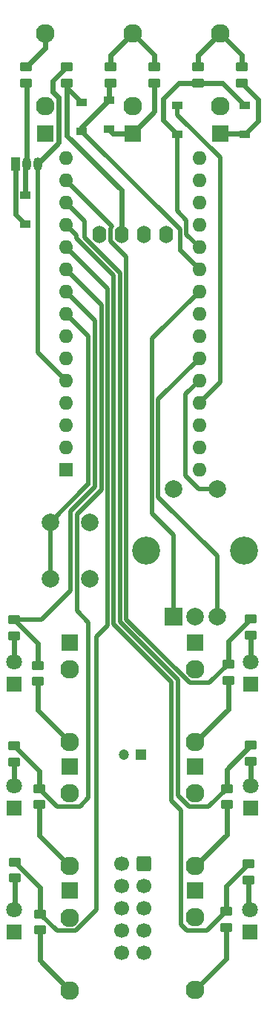
<source format=gbr>
%TF.GenerationSoftware,KiCad,Pcbnew,(6.0.10-0)*%
%TF.CreationDate,2023-02-15T18:47:27+02:00*%
%TF.ProjectId,gtoe,67746f65-2e6b-4696-9361-645f70636258,rev?*%
%TF.SameCoordinates,Original*%
%TF.FileFunction,Copper,L2,Bot*%
%TF.FilePolarity,Positive*%
%FSLAX46Y46*%
G04 Gerber Fmt 4.6, Leading zero omitted, Abs format (unit mm)*
G04 Created by KiCad (PCBNEW (6.0.10-0)) date 2023-02-15 18:47:27*
%MOMM*%
%LPD*%
G01*
G04 APERTURE LIST*
G04 Aperture macros list*
%AMRoundRect*
0 Rectangle with rounded corners*
0 $1 Rounding radius*
0 $2 $3 $4 $5 $6 $7 $8 $9 X,Y pos of 4 corners*
0 Add a 4 corners polygon primitive as box body*
4,1,4,$2,$3,$4,$5,$6,$7,$8,$9,$2,$3,0*
0 Add four circle primitives for the rounded corners*
1,1,$1+$1,$2,$3*
1,1,$1+$1,$4,$5*
1,1,$1+$1,$6,$7*
1,1,$1+$1,$8,$9*
0 Add four rect primitives between the rounded corners*
20,1,$1+$1,$2,$3,$4,$5,0*
20,1,$1+$1,$4,$5,$6,$7,0*
20,1,$1+$1,$6,$7,$8,$9,0*
20,1,$1+$1,$8,$9,$2,$3,0*%
G04 Aperture macros list end*
%TA.AperFunction,ComponentPad*%
%ADD10R,1.930000X1.830000*%
%TD*%
%TA.AperFunction,ComponentPad*%
%ADD11C,2.130000*%
%TD*%
%TA.AperFunction,ComponentPad*%
%ADD12R,1.800000X1.800000*%
%TD*%
%TA.AperFunction,ComponentPad*%
%ADD13C,1.800000*%
%TD*%
%TA.AperFunction,ComponentPad*%
%ADD14R,2.000000X2.000000*%
%TD*%
%TA.AperFunction,ComponentPad*%
%ADD15C,2.000000*%
%TD*%
%TA.AperFunction,ComponentPad*%
%ADD16C,3.200000*%
%TD*%
%TA.AperFunction,ComponentPad*%
%ADD17O,1.600000X2.000000*%
%TD*%
%TA.AperFunction,SMDPad,CuDef*%
%ADD18RoundRect,0.250000X-0.450000X0.262500X-0.450000X-0.262500X0.450000X-0.262500X0.450000X0.262500X0*%
%TD*%
%TA.AperFunction,SMDPad,CuDef*%
%ADD19RoundRect,0.250000X0.450000X-0.262500X0.450000X0.262500X-0.450000X0.262500X-0.450000X-0.262500X0*%
%TD*%
%TA.AperFunction,ComponentPad*%
%ADD20R,1.200000X1.200000*%
%TD*%
%TA.AperFunction,ComponentPad*%
%ADD21C,1.200000*%
%TD*%
%TA.AperFunction,SMDPad,CuDef*%
%ADD22R,1.200000X0.900000*%
%TD*%
%TA.AperFunction,ComponentPad*%
%ADD23R,1.600000X1.600000*%
%TD*%
%TA.AperFunction,ComponentPad*%
%ADD24O,1.600000X1.600000*%
%TD*%
%TA.AperFunction,ComponentPad*%
%ADD25R,1.050000X1.500000*%
%TD*%
%TA.AperFunction,ComponentPad*%
%ADD26O,1.050000X1.500000*%
%TD*%
%TA.AperFunction,ComponentPad*%
%ADD27RoundRect,0.250000X0.600000X0.600000X-0.600000X0.600000X-0.600000X-0.600000X0.600000X-0.600000X0*%
%TD*%
%TA.AperFunction,ComponentPad*%
%ADD28C,1.700000*%
%TD*%
%TA.AperFunction,Conductor*%
%ADD29C,0.600000*%
%TD*%
%TA.AperFunction,Conductor*%
%ADD30C,0.500000*%
%TD*%
G04 APERTURE END LIST*
D10*
%TO.P,J9,S*%
%TO.N,GND*%
X125000000Y-52830000D03*
D11*
%TO.P,J9,T*%
%TO.N,Net-(J9-PadT)*%
X125000000Y-41430000D03*
%TO.P,J9,TN*%
%TO.N,unconnected-(J9-PadTN)*%
X125000000Y-49730000D03*
%TD*%
D12*
%TO.P,D5,1,K*%
%TO.N,GND*%
X101520000Y-143970000D03*
D13*
%TO.P,D5,2,A*%
%TO.N,Net-(D5-Pad2)*%
X101520000Y-141430000D03*
%TD*%
D10*
%TO.P,J2,S*%
%TO.N,GND*%
X122150000Y-110920000D03*
D11*
%TO.P,J2,T*%
%TO.N,Net-(J2-PadT)*%
X122150000Y-122320000D03*
%TO.P,J2,TN*%
%TO.N,unconnected-(J2-PadTN)*%
X122150000Y-114020000D03*
%TD*%
D10*
%TO.P,J5,S*%
%TO.N,GND*%
X107850000Y-139220000D03*
D11*
%TO.P,J5,T*%
%TO.N,Net-(J5-PadT)*%
X107850000Y-150620000D03*
%TO.P,J5,TN*%
%TO.N,unconnected-(J5-PadTN)*%
X107850000Y-142320000D03*
%TD*%
D10*
%TO.P,J8,S*%
%TO.N,GND*%
X115000000Y-52830000D03*
D11*
%TO.P,J8,T*%
%TO.N,Net-(J8-PadT)*%
X115000000Y-41430000D03*
%TO.P,J8,TN*%
%TO.N,unconnected-(J8-PadTN)*%
X115000000Y-49730000D03*
%TD*%
D12*
%TO.P,D4,1,K*%
%TO.N,GND*%
X128500000Y-129820000D03*
D13*
%TO.P,D4,2,A*%
%TO.N,Net-(D4-Pad2)*%
X128500000Y-127280000D03*
%TD*%
D12*
%TO.P,D3,1,K*%
%TO.N,GND*%
X101500000Y-129820000D03*
D13*
%TO.P,D3,2,A*%
%TO.N,Net-(D3-Pad2)*%
X101500000Y-127280000D03*
%TD*%
D10*
%TO.P,J3,S*%
%TO.N,GND*%
X107850000Y-125070000D03*
D11*
%TO.P,J3,T*%
%TO.N,Net-(J3-PadT)*%
X107850000Y-136470000D03*
%TO.P,J3,TN*%
%TO.N,unconnected-(J3-PadTN)*%
X107850000Y-128170000D03*
%TD*%
D12*
%TO.P,D2,1,K*%
%TO.N,GND*%
X128500000Y-115670000D03*
D13*
%TO.P,D2,2,A*%
%TO.N,Net-(D2-Pad2)*%
X128500000Y-113130000D03*
%TD*%
D14*
%TO.P,SW2,A,A*%
%TO.N,ENC_D1*%
X119650000Y-107950000D03*
D15*
%TO.P,SW2,B,B*%
%TO.N,ENC_D2*%
X124650000Y-107950000D03*
%TO.P,SW2,C,C*%
%TO.N,GND*%
X122150000Y-107950000D03*
D16*
%TO.P,SW2,MP*%
%TO.N,N/C*%
X116550000Y-100450000D03*
X127750000Y-100450000D03*
D15*
%TO.P,SW2,S1,S1*%
%TO.N,ENC_BTN*%
X124650000Y-93450000D03*
%TO.P,SW2,S2,S2*%
%TO.N,GND*%
X119650000Y-93450000D03*
%TD*%
D10*
%TO.P,J6,S*%
%TO.N,GND*%
X122150000Y-139210000D03*
D11*
%TO.P,J6,T*%
%TO.N,Net-(J6-PadT)*%
X122150000Y-150610000D03*
%TO.P,J6,TN*%
%TO.N,unconnected-(J6-PadTN)*%
X122150000Y-142310000D03*
%TD*%
D17*
%TO.P,Screen,1,GND*%
%TO.N,GND*%
X111179000Y-64398000D03*
%TO.P,Screen,2,VCC*%
%TO.N,+5V*%
X113719000Y-64398000D03*
%TO.P,Screen,3,SCL*%
%TO.N,I2C SCL*%
X116259000Y-64398000D03*
%TO.P,Screen,4,SDA*%
%TO.N,I2C SDA*%
X118799000Y-64398000D03*
%TD*%
D10*
%TO.P,J1,S*%
%TO.N,GND*%
X107850000Y-110920000D03*
D11*
%TO.P,J1,T*%
%TO.N,Net-(J1-PadT)*%
X107850000Y-122320000D03*
%TO.P,J1,TN*%
%TO.N,unconnected-(J1-PadTN)*%
X107850000Y-114020000D03*
%TD*%
D12*
%TO.P,D6,1,K*%
%TO.N,GND*%
X128400000Y-143970000D03*
D13*
%TO.P,D6,2,A*%
%TO.N,Net-(D6-Pad2)*%
X128400000Y-141430000D03*
%TD*%
D12*
%TO.P,D1,1,K*%
%TO.N,GND*%
X101500000Y-115670000D03*
D13*
%TO.P,D1,2,A*%
%TO.N,Net-(D1-Pad2)*%
X101500000Y-113130000D03*
%TD*%
D10*
%TO.P,J4,S*%
%TO.N,GND*%
X122150000Y-125070000D03*
D11*
%TO.P,J4,T*%
%TO.N,Net-(J4-PadT)*%
X122150000Y-136470000D03*
%TO.P,J4,TN*%
%TO.N,unconnected-(J4-PadTN)*%
X122150000Y-128170000D03*
%TD*%
D10*
%TO.P,J7,S*%
%TO.N,GND*%
X105000000Y-52830000D03*
D11*
%TO.P,J7,T*%
%TO.N,Net-(J7-PadT)*%
X105000000Y-41430000D03*
%TO.P,J7,TN*%
%TO.N,unconnected-(J7-PadTN)*%
X105000000Y-49730000D03*
%TD*%
D15*
%TO.P,SW1,1*%
%TO.N,START STOP BTN*%
X105600000Y-103700000D03*
X105600000Y-97200000D03*
%TO.P,SW1,2*%
%TO.N,GND*%
X110100000Y-97200000D03*
X110100000Y-103700000D03*
%TD*%
D18*
%TO.P,R14,1*%
%TO.N,DIGITAL INPUT*%
X107500000Y-45287500D03*
%TO.P,R14,2*%
%TO.N,+5V*%
X107500000Y-47112500D03*
%TD*%
D19*
%TO.P,R15,1*%
%TO.N,A1 INPUT*%
X112500000Y-47112500D03*
%TO.P,R15,2*%
%TO.N,Net-(J8-PadT)*%
X112500000Y-45287500D03*
%TD*%
D20*
%TO.P,C1,1*%
%TO.N,+12V*%
X116000400Y-123700000D03*
D21*
%TO.P,C1,2*%
%TO.N,GND*%
X114000400Y-123700000D03*
%TD*%
D18*
%TO.P,R16,1*%
%TO.N,Net-(J8-PadT)*%
X117500000Y-45287500D03*
%TO.P,R16,2*%
%TO.N,GND*%
X117500000Y-47112500D03*
%TD*%
D19*
%TO.P,R17,1*%
%TO.N,A2 INPUT*%
X122500000Y-47112500D03*
%TO.P,R17,2*%
%TO.N,Net-(J9-PadT)*%
X122500000Y-45287500D03*
%TD*%
D22*
%TO.P,D11,1,K*%
%TO.N,A2 INPUT*%
X127820000Y-49640000D03*
%TO.P,D11,2,A*%
%TO.N,GND*%
X127820000Y-52940000D03*
%TD*%
D19*
%TO.P,R6,1*%
%TO.N,Net-(D3-Pad2)*%
X101490000Y-124542500D03*
%TO.P,R6,2*%
%TO.N,Channel 3*%
X101490000Y-122717500D03*
%TD*%
D22*
%TO.P,D9,1,K*%
%TO.N,A1 INPUT*%
X112280000Y-49060000D03*
%TO.P,D9,2,A*%
%TO.N,GND*%
X112280000Y-52360000D03*
%TD*%
D18*
%TO.P,R5,1*%
%TO.N,Channel 3*%
X104330000Y-127607500D03*
%TO.P,R5,2*%
%TO.N,Net-(J3-PadT)*%
X104330000Y-129432500D03*
%TD*%
%TO.P,R18,1*%
%TO.N,Net-(J9-PadT)*%
X127500000Y-45287500D03*
%TO.P,R18,2*%
%TO.N,GND*%
X127500000Y-47112500D03*
%TD*%
D23*
%TO.P,Nano,1,D1/TX*%
%TO.N,unconnected-(A1-Pad1)*%
X107375000Y-91200000D03*
D24*
%TO.P,Nano,2,D0/RX*%
%TO.N,unconnected-(A1-Pad2)*%
X107375000Y-88660000D03*
%TO.P,Nano,3,~{RESET}*%
%TO.N,unconnected-(A1-Pad3)*%
X107375000Y-86120000D03*
%TO.P,Nano,4,GND*%
%TO.N,GND*%
X107375000Y-83580000D03*
%TO.P,Nano,5,D2*%
%TO.N,DIGITAL INPUT*%
X107375000Y-81040000D03*
%TO.P,Nano,6,D3*%
%TO.N,unconnected-(A1-Pad6)*%
X107375000Y-78500000D03*
%TO.P,Nano,7,D4*%
%TO.N,unconnected-(A1-Pad7)*%
X107375000Y-75960000D03*
%TO.P,Nano,8,D5*%
%TO.N,START STOP BTN*%
X107375000Y-73420000D03*
%TO.P,Nano,9,D6*%
%TO.N,Channel 1*%
X107375000Y-70880000D03*
%TO.P,Nano,10,D7*%
%TO.N,Channel 3*%
X107375000Y-68340000D03*
%TO.P,Nano,11,D8*%
%TO.N,Channel 5*%
X107375000Y-65800000D03*
%TO.P,Nano,12,D9*%
%TO.N,Channel 6*%
X107375000Y-63260000D03*
%TO.P,Nano,13,D10*%
%TO.N,Channel 4*%
X107375000Y-60720000D03*
%TO.P,Nano,14,D11*%
%TO.N,Channel 2*%
X107375000Y-58180000D03*
%TO.P,Nano,15,D12*%
%TO.N,unconnected-(A1-Pad15)*%
X107375000Y-55640000D03*
%TO.P,Nano,16,D13*%
%TO.N,unconnected-(A1-Pad16)*%
X122615000Y-55640000D03*
%TO.P,Nano,17,3V3*%
%TO.N,unconnected-(A1-Pad17)*%
X122615000Y-58180000D03*
%TO.P,Nano,18,AREF*%
%TO.N,unconnected-(A1-Pad18)*%
X122615000Y-60720000D03*
%TO.P,Nano,19,A0*%
%TO.N,unconnected-(A1-Pad19)*%
X122615000Y-63260000D03*
%TO.P,Nano,20,A1*%
%TO.N,A2 INPUT*%
X122615000Y-65800000D03*
%TO.P,Nano,21,A2*%
%TO.N,A1 INPUT*%
X122615000Y-68340000D03*
%TO.P,Nano,22,A3*%
%TO.N,ENC_D1*%
X122615000Y-70880000D03*
%TO.P,Nano,23,A4*%
%TO.N,I2C SDA*%
X122615000Y-73420000D03*
%TO.P,Nano,24,A5*%
%TO.N,I2C SCL*%
X122615000Y-75960000D03*
%TO.P,Nano,25,A6*%
%TO.N,ENC_D2*%
X122615000Y-78500000D03*
%TO.P,Nano,26,A7*%
%TO.N,ENC_BTN*%
X122615000Y-81040000D03*
%TO.P,Nano,27,+5V*%
%TO.N,+5V*%
X122615000Y-83580000D03*
%TO.P,Nano,28,~{RESET}*%
%TO.N,unconnected-(A1-Pad28)*%
X122615000Y-86120000D03*
%TO.P,Nano,29,GND*%
%TO.N,GND*%
X122615000Y-88660000D03*
%TO.P,Nano,30,VIN*%
%TO.N,+12V*%
X122615000Y-91200000D03*
%TD*%
D18*
%TO.P,R11,1*%
%TO.N,Channel 6*%
X125710000Y-141617500D03*
%TO.P,R11,2*%
%TO.N,Net-(J6-PadT)*%
X125710000Y-143442500D03*
%TD*%
%TO.P,R9,1*%
%TO.N,Channel 5*%
X104430000Y-141907500D03*
%TO.P,R9,2*%
%TO.N,Net-(J5-PadT)*%
X104430000Y-143732500D03*
%TD*%
D19*
%TO.P,R4,1*%
%TO.N,Net-(D2-Pad2)*%
X128450000Y-110102500D03*
%TO.P,R4,2*%
%TO.N,Channel 2*%
X128450000Y-108277500D03*
%TD*%
%TO.P,R12,1*%
%TO.N,Net-(D6-Pad2)*%
X128210000Y-138022500D03*
%TO.P,R12,2*%
%TO.N,Channel 6*%
X128210000Y-136197500D03*
%TD*%
D18*
%TO.P,R3,1*%
%TO.N,Channel 2*%
X125910000Y-113417500D03*
%TO.P,R3,2*%
%TO.N,Net-(J2-PadT)*%
X125910000Y-115242500D03*
%TD*%
D22*
%TO.P,D10,1,K*%
%TO.N,+5V*%
X120100000Y-49670000D03*
%TO.P,D10,2,A*%
%TO.N,A2 INPUT*%
X120100000Y-52970000D03*
%TD*%
D19*
%TO.P,R10,1*%
%TO.N,Net-(D5-Pad2)*%
X101550000Y-137795000D03*
%TO.P,R10,2*%
%TO.N,Channel 5*%
X101550000Y-135970000D03*
%TD*%
D18*
%TO.P,R13,1*%
%TO.N,Net-(J7-PadT)*%
X102850000Y-45287500D03*
%TO.P,R13,2*%
%TO.N,Net-(D7-Pad1)*%
X102850000Y-47112500D03*
%TD*%
D19*
%TO.P,R2,1*%
%TO.N,Net-(D1-Pad2)*%
X101490000Y-110152500D03*
%TO.P,R2,2*%
%TO.N,Channel 1*%
X101490000Y-108327500D03*
%TD*%
%TO.P,R8,1*%
%TO.N,Net-(D4-Pad2)*%
X128530000Y-124462500D03*
%TO.P,R8,2*%
%TO.N,Channel 4*%
X128530000Y-122637500D03*
%TD*%
D22*
%TO.P,D7,1,K*%
%TO.N,Net-(D7-Pad1)*%
X102720000Y-59910000D03*
%TO.P,D7,2,A*%
%TO.N,GND*%
X102720000Y-63210000D03*
%TD*%
D18*
%TO.P,R1,1*%
%TO.N,Channel 1*%
X104170000Y-113567500D03*
%TO.P,R1,2*%
%TO.N,Net-(J1-PadT)*%
X104170000Y-115392500D03*
%TD*%
%TO.P,R7,1*%
%TO.N,Channel 4*%
X125760000Y-127597500D03*
%TO.P,R7,2*%
%TO.N,Net-(J4-PadT)*%
X125760000Y-129422500D03*
%TD*%
D22*
%TO.P,D8,1,K*%
%TO.N,+5V*%
X109210000Y-49290000D03*
%TO.P,D8,2,A*%
%TO.N,A1 INPUT*%
X109210000Y-52590000D03*
%TD*%
D25*
%TO.P,Q1,1,E*%
%TO.N,GND*%
X101630000Y-56300000D03*
D26*
%TO.P,Q1,2,B*%
%TO.N,Net-(D7-Pad1)*%
X102900000Y-56300000D03*
%TO.P,Q1,3,C*%
%TO.N,DIGITAL INPUT*%
X104170000Y-56300000D03*
%TD*%
D27*
%TO.P,J10,1,Pin_1*%
%TO.N,+12V*%
X116270000Y-136200000D03*
D28*
%TO.P,J10,2,Pin_2*%
X113730000Y-136200000D03*
%TO.P,J10,3,Pin_3*%
%TO.N,GND*%
X116270000Y-138740000D03*
%TO.P,J10,4,Pin_4*%
X113730000Y-138740000D03*
%TO.P,J10,5,Pin_5*%
X116270000Y-141280000D03*
%TO.P,J10,6,Pin_6*%
X113730000Y-141280000D03*
%TO.P,J10,7,Pin_7*%
X116270000Y-143820000D03*
%TO.P,J10,8,Pin_8*%
X113730000Y-143820000D03*
%TO.P,J10,9,Pin_9*%
%TO.N,unconnected-(J10-Pad9)*%
X116270000Y-146360000D03*
%TO.P,J10,10,Pin_10*%
%TO.N,unconnected-(J10-Pad10)*%
X113730000Y-146360000D03*
%TD*%
D29*
%TO.N,GND*%
X101620000Y-62110000D02*
X101620000Y-56310000D01*
X129330000Y-48942500D02*
X127500000Y-47112500D01*
X101620000Y-56310000D02*
X101630000Y-56300000D01*
X125000000Y-52830000D02*
X127710000Y-52830000D01*
X117500000Y-47112500D02*
X117500000Y-50330000D01*
X127820000Y-52940000D02*
X129330000Y-51430000D01*
X129330000Y-51430000D02*
X129330000Y-48942500D01*
X127710000Y-52830000D02*
X127820000Y-52940000D01*
X102720000Y-63210000D02*
X101620000Y-62110000D01*
X117500000Y-50330000D02*
X115000000Y-52830000D01*
X115000000Y-52830000D02*
X112750000Y-52830000D01*
X112750000Y-52830000D02*
X112280000Y-52360000D01*
D30*
%TO.N,DIGITAL INPUT*%
X107375000Y-81040000D02*
X104170000Y-77835000D01*
D29*
X105920000Y-46867500D02*
X107500000Y-45287500D01*
X105920000Y-48100000D02*
X105920000Y-46867500D01*
X106565000Y-53905000D02*
X106565000Y-48745000D01*
X106565000Y-48745000D02*
X105920000Y-48100000D01*
X104170000Y-56300000D02*
X106565000Y-53905000D01*
D30*
X104170000Y-77835000D02*
X104170000Y-56300000D01*
%TO.N,ENC_D2*%
X117920000Y-83195000D02*
X117920000Y-94330000D01*
X117920000Y-94330000D02*
X124650000Y-101060000D01*
X122615000Y-78500000D02*
X117920000Y-83195000D01*
X124650000Y-101060000D02*
X124650000Y-107950000D01*
%TO.N,ENC_D1*%
X122615000Y-70880000D02*
X117220000Y-76275000D01*
X117220000Y-76275000D02*
X117220000Y-96260000D01*
X117220000Y-96260000D02*
X119650000Y-98690000D01*
X119650000Y-98690000D02*
X119650000Y-107950000D01*
D29*
%TO.N,Channel 1*%
X101490000Y-108327500D02*
X104170000Y-111007500D01*
D30*
X107950000Y-105010000D02*
X104632500Y-108327500D01*
X110741642Y-74246642D02*
X110741642Y-93160000D01*
X104632500Y-108327500D02*
X101490000Y-108327500D01*
X110741642Y-93160000D02*
X107950000Y-95951642D01*
X107375000Y-70880000D02*
X110741642Y-74246642D01*
D29*
X104170000Y-111007500D02*
X104170000Y-113567500D01*
D30*
X107950000Y-95951642D02*
X107950000Y-105010000D01*
D29*
%TO.N,Channel 2*%
X128450000Y-108277500D02*
X125910000Y-110817500D01*
D30*
X112672117Y-63477117D02*
X112469000Y-63680233D01*
X121547466Y-115560000D02*
X123767500Y-115560000D01*
X112469000Y-65115767D02*
X114300000Y-66946767D01*
X114300000Y-66946767D02*
X114300000Y-108312534D01*
X114300000Y-108312534D02*
X121547466Y-115560000D01*
X112469000Y-63680233D02*
X112469000Y-65115767D01*
X123767500Y-115560000D02*
X125910000Y-113417500D01*
X107375000Y-58180000D02*
X112672117Y-63477117D01*
D29*
X125910000Y-110817500D02*
X125910000Y-113417500D01*
D30*
%TO.N,Channel 3*%
X106407500Y-129685000D02*
X104330000Y-127607500D01*
X109990000Y-108680000D02*
X109990000Y-128680000D01*
X111441642Y-72406642D02*
X111441642Y-93498358D01*
D29*
X101490000Y-122717500D02*
X104330000Y-125557500D01*
D30*
X107375000Y-68340000D02*
X111441642Y-72406642D01*
X109990000Y-128680000D02*
X108985000Y-129685000D01*
X108650000Y-96290000D02*
X108650000Y-107340000D01*
X108985000Y-129685000D02*
X106407500Y-129685000D01*
X108650000Y-107340000D02*
X109990000Y-108680000D01*
X111441642Y-93498358D02*
X108650000Y-96290000D01*
D29*
X104330000Y-125557500D02*
X104330000Y-127607500D01*
D30*
%TO.N,Channel 4*%
X109499390Y-62844390D02*
X109499390Y-64686157D01*
X107375000Y-60720000D02*
X109499390Y-62844390D01*
X121455000Y-129685000D02*
X123672500Y-129685000D01*
X120160000Y-128390000D02*
X121455000Y-129685000D01*
X113580000Y-108582483D02*
X120160000Y-115162483D01*
D29*
X128530000Y-122637500D02*
X125760000Y-125407500D01*
D30*
X113580000Y-68766767D02*
X113580000Y-108582483D01*
X120160000Y-115162483D02*
X120160000Y-128390000D01*
X123672500Y-129685000D02*
X125760000Y-127597500D01*
D29*
X125760000Y-125407500D02*
X125760000Y-127597500D01*
D30*
X109499390Y-64686157D02*
X113580000Y-68766767D01*
%TO.N,Channel 5*%
X110900000Y-141412534D02*
X108477534Y-143835000D01*
D29*
X101550000Y-135970000D02*
X104430000Y-138850000D01*
D30*
X110900000Y-110270000D02*
X110900000Y-141412534D01*
X106357500Y-143835000D02*
X104430000Y-141907500D01*
D29*
X104430000Y-138850000D02*
X104430000Y-141907500D01*
D30*
X107375000Y-65800000D02*
X112141642Y-70566642D01*
X112141642Y-109028358D02*
X110900000Y-110270000D01*
X108477534Y-143835000D02*
X106357500Y-143835000D01*
X112141642Y-70566642D02*
X112141642Y-109028358D01*
D29*
%TO.N,Channel 6*%
X125710000Y-138697500D02*
X125710000Y-141617500D01*
D30*
X120560000Y-143030000D02*
X120490000Y-143100000D01*
X119460000Y-115452432D02*
X119460000Y-128960000D01*
X120490000Y-143100000D02*
X121215000Y-143825000D01*
D29*
X128210000Y-136197500D02*
X125710000Y-138697500D01*
D30*
X108625000Y-64510000D02*
X108625000Y-64801717D01*
X120560000Y-130060000D02*
X120560000Y-143030000D01*
X107375000Y-63260000D02*
X108625000Y-64510000D01*
X112841642Y-108834075D02*
X119460000Y-115452432D01*
X119460000Y-128960000D02*
X120560000Y-130060000D01*
X112841642Y-69018359D02*
X112841642Y-108834075D01*
X108625000Y-64801717D02*
X112841642Y-69018359D01*
X121215000Y-143825000D02*
X123502500Y-143825000D01*
X123502500Y-143825000D02*
X125710000Y-141617500D01*
%TO.N,START STOP BTN*%
X109965846Y-92945846D02*
X109854154Y-92945846D01*
X105600000Y-103700000D02*
X105600000Y-97200000D01*
X109854154Y-92945846D02*
X105600000Y-97200000D01*
X107375000Y-73420000D02*
X109965846Y-76010846D01*
X109965846Y-76010846D02*
X109965846Y-92945846D01*
%TO.N,A1 INPUT*%
X122615000Y-68340000D02*
X120495000Y-66220000D01*
D29*
X109210000Y-52130000D02*
X112280000Y-49060000D01*
X112280000Y-49060000D02*
X112280000Y-47332500D01*
X109210000Y-52590000D02*
X109210000Y-52130000D01*
D30*
X120420000Y-63800000D02*
X109210000Y-52590000D01*
X120420000Y-66220000D02*
X120420000Y-63800000D01*
X120495000Y-66220000D02*
X120420000Y-66220000D01*
D29*
X112280000Y-47332500D02*
X112500000Y-47112500D01*
%TO.N,A2 INPUT*%
X122500000Y-47112500D02*
X120237500Y-47112500D01*
X118470000Y-51340000D02*
X120100000Y-52970000D01*
D30*
X122615000Y-65800000D02*
X121160000Y-64345000D01*
X121160000Y-64345000D02*
X121160000Y-62770000D01*
D29*
X118470000Y-48880000D02*
X118470000Y-51340000D01*
X127820000Y-49640000D02*
X125292500Y-47112500D01*
X125292500Y-47112500D02*
X122500000Y-47112500D01*
D30*
X121160000Y-62770000D02*
X120100000Y-61710000D01*
D29*
X120237500Y-47112500D02*
X118470000Y-48880000D01*
D30*
X120100000Y-61710000D02*
X120100000Y-52970000D01*
%TO.N,ENC_BTN*%
X121030000Y-82625000D02*
X121030000Y-91880000D01*
X122615000Y-81040000D02*
X121030000Y-82625000D01*
X121030000Y-91880000D02*
X122600000Y-93450000D01*
X122600000Y-93450000D02*
X124650000Y-93450000D01*
D29*
%TO.N,+5V*%
X107500000Y-53110000D02*
X107500000Y-47112500D01*
X107500000Y-47580000D02*
X109210000Y-49290000D01*
D30*
X120100000Y-50710000D02*
X120100000Y-49670000D01*
D29*
X113719000Y-64398000D02*
X113719000Y-59329000D01*
X107500000Y-47112500D02*
X107500000Y-47580000D01*
D30*
X122615000Y-83580000D02*
X124990000Y-81205000D01*
X124990000Y-81205000D02*
X124990000Y-55600000D01*
X124990000Y-55600000D02*
X120100000Y-50710000D01*
D29*
X113719000Y-59329000D02*
X107500000Y-53110000D01*
%TO.N,Net-(D1-Pad2)*%
X101490000Y-113120000D02*
X101500000Y-113130000D01*
X101490000Y-110152500D02*
X101490000Y-113120000D01*
%TO.N,Net-(D2-Pad2)*%
X128450000Y-113080000D02*
X128500000Y-113130000D01*
X128450000Y-110102500D02*
X128450000Y-113080000D01*
%TO.N,Net-(D3-Pad2)*%
X101490000Y-127270000D02*
X101500000Y-127280000D01*
X101490000Y-124542500D02*
X101490000Y-127270000D01*
%TO.N,Net-(D4-Pad2)*%
X128530000Y-124462500D02*
X128530000Y-127250000D01*
X128530000Y-127250000D02*
X128500000Y-127280000D01*
%TO.N,Net-(D5-Pad2)*%
X101550000Y-137795000D02*
X101550000Y-141400000D01*
X101550000Y-141400000D02*
X101520000Y-141430000D01*
%TO.N,Net-(D6-Pad2)*%
X128210000Y-141240000D02*
X128400000Y-141430000D01*
X128210000Y-138022500D02*
X128210000Y-141240000D01*
%TO.N,Net-(D7-Pad1)*%
X102720000Y-59910000D02*
X102720000Y-56480000D01*
X102900000Y-56300000D02*
X102900000Y-47162500D01*
X102720000Y-56480000D02*
X102900000Y-56300000D01*
X102900000Y-47162500D02*
X102850000Y-47112500D01*
%TO.N,Net-(J1-PadT)*%
X104170000Y-118640000D02*
X107850000Y-122320000D01*
X104170000Y-115392500D02*
X104170000Y-118640000D01*
%TO.N,Net-(J2-PadT)*%
X125910000Y-115242500D02*
X125910000Y-118560000D01*
X125910000Y-118560000D02*
X122150000Y-122320000D01*
%TO.N,Net-(J3-PadT)*%
X104330000Y-129432500D02*
X104330000Y-132950000D01*
X104330000Y-132950000D02*
X107850000Y-136470000D01*
%TO.N,Net-(J4-PadT)*%
X125760000Y-132860000D02*
X122150000Y-136470000D01*
X125760000Y-129422500D02*
X125760000Y-132860000D01*
%TO.N,Net-(J5-PadT)*%
X104430000Y-143732500D02*
X104430000Y-147200000D01*
X104430000Y-147200000D02*
X107850000Y-150620000D01*
%TO.N,Net-(J6-PadT)*%
X125710000Y-147050000D02*
X122150000Y-150610000D01*
X125710000Y-143442500D02*
X125710000Y-147050000D01*
%TO.N,Net-(J7-PadT)*%
X105000000Y-41430000D02*
X105000000Y-43137500D01*
X105000000Y-43137500D02*
X102850000Y-45287500D01*
%TO.N,Net-(J8-PadT)*%
X117500000Y-45287500D02*
X117500000Y-43930000D01*
X112500000Y-45287500D02*
X112500000Y-43930000D01*
X112500000Y-43930000D02*
X115000000Y-41430000D01*
X117500000Y-43930000D02*
X115000000Y-41430000D01*
%TO.N,Net-(J9-PadT)*%
X122500000Y-43930000D02*
X125000000Y-41430000D01*
X122500000Y-45287500D02*
X122500000Y-43930000D01*
X127500000Y-45287500D02*
X127500000Y-43930000D01*
X127500000Y-43930000D02*
X125000000Y-41430000D01*
%TD*%
M02*

</source>
